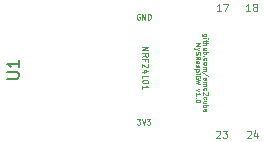
<source format=gto>
G04 #@! TF.FileFunction,Legend,Top*
%FSLAX46Y46*%
G04 Gerber Fmt 4.6, Leading zero omitted, Abs format (unit mm)*
G04 Created by KiCad (PCBNEW 4.0.2-stable) date Dimanche 03 juillet 2016 23:01:33*
%MOMM*%
G01*
G04 APERTURE LIST*
%ADD10C,0.100000*%
%ADD11C,0.112500*%
%ADD12C,0.125000*%
%ADD13C,0.150000*%
G04 APERTURE END LIST*
D10*
D11*
X54242858Y-44253571D02*
X54521429Y-44253571D01*
X54371429Y-44425000D01*
X54435715Y-44425000D01*
X54478572Y-44446429D01*
X54500001Y-44467857D01*
X54521429Y-44510714D01*
X54521429Y-44617857D01*
X54500001Y-44660714D01*
X54478572Y-44682143D01*
X54435715Y-44703571D01*
X54307143Y-44703571D01*
X54264286Y-44682143D01*
X54242858Y-44660714D01*
X54650000Y-44253571D02*
X54800000Y-44703571D01*
X54950000Y-44253571D01*
X55057143Y-44253571D02*
X55335714Y-44253571D01*
X55185714Y-44425000D01*
X55250000Y-44425000D01*
X55292857Y-44446429D01*
X55314286Y-44467857D01*
X55335714Y-44510714D01*
X55335714Y-44617857D01*
X55314286Y-44660714D01*
X55292857Y-44682143D01*
X55250000Y-44703571D01*
X55121428Y-44703571D01*
X55078571Y-44682143D01*
X55057143Y-44660714D01*
X54457143Y-35375000D02*
X54414286Y-35353571D01*
X54350000Y-35353571D01*
X54285715Y-35375000D01*
X54242857Y-35417857D01*
X54221429Y-35460714D01*
X54200000Y-35546429D01*
X54200000Y-35610714D01*
X54221429Y-35696429D01*
X54242857Y-35739286D01*
X54285715Y-35782143D01*
X54350000Y-35803571D01*
X54392857Y-35803571D01*
X54457143Y-35782143D01*
X54478572Y-35760714D01*
X54478572Y-35610714D01*
X54392857Y-35610714D01*
X54671429Y-35803571D02*
X54671429Y-35353571D01*
X54928572Y-35803571D01*
X54928572Y-35353571D01*
X55142858Y-35803571D02*
X55142858Y-35353571D01*
X55250001Y-35353571D01*
X55314286Y-35375000D01*
X55357144Y-35417857D01*
X55378572Y-35460714D01*
X55400001Y-35546429D01*
X55400001Y-35610714D01*
X55378572Y-35696429D01*
X55357144Y-35739286D01*
X55314286Y-35782143D01*
X55250001Y-35803571D01*
X55142858Y-35803571D01*
D12*
X54673810Y-38138097D02*
X55173810Y-38138097D01*
X54673810Y-38423811D01*
X55173810Y-38423811D01*
X54673810Y-38947621D02*
X54911905Y-38780954D01*
X54673810Y-38661907D02*
X55173810Y-38661907D01*
X55173810Y-38852383D01*
X55150000Y-38900002D01*
X55126190Y-38923811D01*
X55078571Y-38947621D01*
X55007143Y-38947621D01*
X54959524Y-38923811D01*
X54935714Y-38900002D01*
X54911905Y-38852383D01*
X54911905Y-38661907D01*
X54935714Y-39328573D02*
X54935714Y-39161907D01*
X54673810Y-39161907D02*
X55173810Y-39161907D01*
X55173810Y-39400002D01*
X55126190Y-39566668D02*
X55150000Y-39590478D01*
X55173810Y-39638097D01*
X55173810Y-39757144D01*
X55150000Y-39804763D01*
X55126190Y-39828573D01*
X55078571Y-39852382D01*
X55030952Y-39852382D01*
X54959524Y-39828573D01*
X54673810Y-39542859D01*
X54673810Y-39852382D01*
X55007143Y-40280953D02*
X54673810Y-40280953D01*
X55197619Y-40161906D02*
X54840476Y-40042858D01*
X54840476Y-40352382D01*
X54673810Y-40780953D02*
X54673810Y-40542858D01*
X55173810Y-40542858D01*
X55173810Y-41042858D02*
X55173810Y-41090477D01*
X55150000Y-41138096D01*
X55126190Y-41161905D01*
X55078571Y-41185715D01*
X54983333Y-41209524D01*
X54864286Y-41209524D01*
X54769048Y-41185715D01*
X54721429Y-41161905D01*
X54697619Y-41138096D01*
X54673810Y-41090477D01*
X54673810Y-41042858D01*
X54697619Y-40995239D01*
X54721429Y-40971429D01*
X54769048Y-40947620D01*
X54864286Y-40923810D01*
X54983333Y-40923810D01*
X55078571Y-40947620D01*
X55126190Y-40971429D01*
X55150000Y-40995239D01*
X55173810Y-41042858D01*
X54673810Y-41685714D02*
X54673810Y-41400000D01*
X54673810Y-41542857D02*
X55173810Y-41542857D01*
X55102381Y-41495238D01*
X55054762Y-41447619D01*
X55030952Y-41400000D01*
D10*
X60115714Y-37204763D02*
X59791905Y-37204763D01*
X59753810Y-37185715D01*
X59734762Y-37166667D01*
X59715714Y-37128572D01*
X59715714Y-37071429D01*
X59734762Y-37033334D01*
X59868095Y-37204763D02*
X59849048Y-37166667D01*
X59849048Y-37090477D01*
X59868095Y-37052382D01*
X59887143Y-37033334D01*
X59925238Y-37014286D01*
X60039524Y-37014286D01*
X60077619Y-37033334D01*
X60096667Y-37052382D01*
X60115714Y-37090477D01*
X60115714Y-37166667D01*
X60096667Y-37204763D01*
X59849048Y-37395239D02*
X60115714Y-37395239D01*
X60249048Y-37395239D02*
X60230000Y-37376191D01*
X60210952Y-37395239D01*
X60230000Y-37414287D01*
X60249048Y-37395239D01*
X60210952Y-37395239D01*
X60115714Y-37528572D02*
X60115714Y-37680953D01*
X60249048Y-37585715D02*
X59906190Y-37585715D01*
X59868095Y-37604763D01*
X59849048Y-37642858D01*
X59849048Y-37680953D01*
X59849048Y-37814286D02*
X60249048Y-37814286D01*
X59849048Y-37985715D02*
X60058571Y-37985715D01*
X60096667Y-37966667D01*
X60115714Y-37928572D01*
X60115714Y-37871429D01*
X60096667Y-37833334D01*
X60077619Y-37814286D01*
X60115714Y-38347620D02*
X59849048Y-38347620D01*
X60115714Y-38176191D02*
X59906190Y-38176191D01*
X59868095Y-38195239D01*
X59849048Y-38233334D01*
X59849048Y-38290477D01*
X59868095Y-38328572D01*
X59887143Y-38347620D01*
X59849048Y-38538096D02*
X60249048Y-38538096D01*
X60096667Y-38538096D02*
X60115714Y-38576191D01*
X60115714Y-38652382D01*
X60096667Y-38690477D01*
X60077619Y-38709525D01*
X60039524Y-38728572D01*
X59925238Y-38728572D01*
X59887143Y-38709525D01*
X59868095Y-38690477D01*
X59849048Y-38652382D01*
X59849048Y-38576191D01*
X59868095Y-38538096D01*
X59887143Y-38900001D02*
X59868095Y-38919049D01*
X59849048Y-38900001D01*
X59868095Y-38880953D01*
X59887143Y-38900001D01*
X59849048Y-38900001D01*
X59868095Y-39261906D02*
X59849048Y-39223810D01*
X59849048Y-39147620D01*
X59868095Y-39109525D01*
X59887143Y-39090477D01*
X59925238Y-39071429D01*
X60039524Y-39071429D01*
X60077619Y-39090477D01*
X60096667Y-39109525D01*
X60115714Y-39147620D01*
X60115714Y-39223810D01*
X60096667Y-39261906D01*
X59849048Y-39490477D02*
X59868095Y-39452382D01*
X59887143Y-39433334D01*
X59925238Y-39414286D01*
X60039524Y-39414286D01*
X60077619Y-39433334D01*
X60096667Y-39452382D01*
X60115714Y-39490477D01*
X60115714Y-39547620D01*
X60096667Y-39585715D01*
X60077619Y-39604763D01*
X60039524Y-39623810D01*
X59925238Y-39623810D01*
X59887143Y-39604763D01*
X59868095Y-39585715D01*
X59849048Y-39547620D01*
X59849048Y-39490477D01*
X59849048Y-39795239D02*
X60115714Y-39795239D01*
X60077619Y-39795239D02*
X60096667Y-39814287D01*
X60115714Y-39852382D01*
X60115714Y-39909525D01*
X60096667Y-39947620D01*
X60058571Y-39966668D01*
X59849048Y-39966668D01*
X60058571Y-39966668D02*
X60096667Y-39985715D01*
X60115714Y-40023811D01*
X60115714Y-40080953D01*
X60096667Y-40119049D01*
X60058571Y-40138096D01*
X59849048Y-40138096D01*
X60268095Y-40614286D02*
X59753810Y-40271429D01*
X59868095Y-40900001D02*
X59849048Y-40861906D01*
X59849048Y-40785715D01*
X59868095Y-40747620D01*
X59906190Y-40728572D01*
X60058571Y-40728572D01*
X60096667Y-40747620D01*
X60115714Y-40785715D01*
X60115714Y-40861906D01*
X60096667Y-40900001D01*
X60058571Y-40919049D01*
X60020476Y-40919049D01*
X59982381Y-40728572D01*
X59849048Y-41090477D02*
X60115714Y-41090477D01*
X60077619Y-41090477D02*
X60096667Y-41109525D01*
X60115714Y-41147620D01*
X60115714Y-41204763D01*
X60096667Y-41242858D01*
X60058571Y-41261906D01*
X59849048Y-41261906D01*
X60058571Y-41261906D02*
X60096667Y-41280953D01*
X60115714Y-41319049D01*
X60115714Y-41376191D01*
X60096667Y-41414287D01*
X60058571Y-41433334D01*
X59849048Y-41433334D01*
X59868095Y-41795239D02*
X59849048Y-41757143D01*
X59849048Y-41680953D01*
X59868095Y-41642858D01*
X59887143Y-41623810D01*
X59925238Y-41604762D01*
X60039524Y-41604762D01*
X60077619Y-41623810D01*
X60096667Y-41642858D01*
X60115714Y-41680953D01*
X60115714Y-41757143D01*
X60096667Y-41795239D01*
X60210952Y-41947619D02*
X60230000Y-41966667D01*
X60249048Y-42004762D01*
X60249048Y-42100000D01*
X60230000Y-42138096D01*
X60210952Y-42157143D01*
X60172857Y-42176191D01*
X60134762Y-42176191D01*
X60077619Y-42157143D01*
X59849048Y-41928572D01*
X59849048Y-42176191D01*
X59868095Y-42519048D02*
X59849048Y-42480952D01*
X59849048Y-42404762D01*
X59868095Y-42366667D01*
X59887143Y-42347619D01*
X59925238Y-42328571D01*
X60039524Y-42328571D01*
X60077619Y-42347619D01*
X60096667Y-42366667D01*
X60115714Y-42404762D01*
X60115714Y-42480952D01*
X60096667Y-42519048D01*
X60115714Y-42861905D02*
X59849048Y-42861905D01*
X60115714Y-42690476D02*
X59906190Y-42690476D01*
X59868095Y-42709524D01*
X59849048Y-42747619D01*
X59849048Y-42804762D01*
X59868095Y-42842857D01*
X59887143Y-42861905D01*
X59849048Y-43052381D02*
X60249048Y-43052381D01*
X60096667Y-43052381D02*
X60115714Y-43090476D01*
X60115714Y-43166667D01*
X60096667Y-43204762D01*
X60077619Y-43223810D01*
X60039524Y-43242857D01*
X59925238Y-43242857D01*
X59887143Y-43223810D01*
X59868095Y-43204762D01*
X59849048Y-43166667D01*
X59849048Y-43090476D01*
X59868095Y-43052381D01*
X59868095Y-43566667D02*
X59849048Y-43528572D01*
X59849048Y-43452381D01*
X59868095Y-43414286D01*
X59906190Y-43395238D01*
X60058571Y-43395238D01*
X60096667Y-43414286D01*
X60115714Y-43452381D01*
X60115714Y-43528572D01*
X60096667Y-43566667D01*
X60058571Y-43585715D01*
X60020476Y-43585715D01*
X59982381Y-43395238D01*
X59189048Y-37795238D02*
X59589048Y-37795238D01*
X59303333Y-37928571D01*
X59589048Y-38061905D01*
X59189048Y-38061905D01*
X59455714Y-38214286D02*
X59189048Y-38309524D01*
X59455714Y-38404762D02*
X59189048Y-38309524D01*
X59093810Y-38271429D01*
X59074762Y-38252381D01*
X59055714Y-38214286D01*
X59208095Y-38538095D02*
X59189048Y-38595238D01*
X59189048Y-38690476D01*
X59208095Y-38728572D01*
X59227143Y-38747619D01*
X59265238Y-38766667D01*
X59303333Y-38766667D01*
X59341429Y-38747619D01*
X59360476Y-38728572D01*
X59379524Y-38690476D01*
X59398571Y-38614286D01*
X59417619Y-38576191D01*
X59436667Y-38557143D01*
X59474762Y-38538095D01*
X59512857Y-38538095D01*
X59550952Y-38557143D01*
X59570000Y-38576191D01*
X59589048Y-38614286D01*
X59589048Y-38709524D01*
X59570000Y-38766667D01*
X59189048Y-39166667D02*
X59379524Y-39033333D01*
X59189048Y-38938095D02*
X59589048Y-38938095D01*
X59589048Y-39090476D01*
X59570000Y-39128571D01*
X59550952Y-39147619D01*
X59512857Y-39166667D01*
X59455714Y-39166667D01*
X59417619Y-39147619D01*
X59398571Y-39128571D01*
X59379524Y-39090476D01*
X59379524Y-38938095D01*
X59189048Y-39509524D02*
X59398571Y-39509524D01*
X59436667Y-39490476D01*
X59455714Y-39452381D01*
X59455714Y-39376190D01*
X59436667Y-39338095D01*
X59208095Y-39509524D02*
X59189048Y-39471428D01*
X59189048Y-39376190D01*
X59208095Y-39338095D01*
X59246190Y-39319047D01*
X59284286Y-39319047D01*
X59322381Y-39338095D01*
X59341429Y-39376190D01*
X59341429Y-39471428D01*
X59360476Y-39509524D01*
X59208095Y-39680952D02*
X59189048Y-39719048D01*
X59189048Y-39795238D01*
X59208095Y-39833333D01*
X59246190Y-39852381D01*
X59265238Y-39852381D01*
X59303333Y-39833333D01*
X59322381Y-39795238D01*
X59322381Y-39738095D01*
X59341429Y-39700000D01*
X59379524Y-39680952D01*
X59398571Y-39680952D01*
X59436667Y-39700000D01*
X59455714Y-39738095D01*
X59455714Y-39795238D01*
X59436667Y-39833333D01*
X59455714Y-40023810D02*
X59055714Y-40023810D01*
X59436667Y-40023810D02*
X59455714Y-40061905D01*
X59455714Y-40138096D01*
X59436667Y-40176191D01*
X59417619Y-40195239D01*
X59379524Y-40214286D01*
X59265238Y-40214286D01*
X59227143Y-40195239D01*
X59208095Y-40176191D01*
X59189048Y-40138096D01*
X59189048Y-40061905D01*
X59208095Y-40023810D01*
X59189048Y-40385715D02*
X59455714Y-40385715D01*
X59589048Y-40385715D02*
X59570000Y-40366667D01*
X59550952Y-40385715D01*
X59570000Y-40404763D01*
X59589048Y-40385715D01*
X59550952Y-40385715D01*
X59570000Y-40785715D02*
X59589048Y-40747620D01*
X59589048Y-40690477D01*
X59570000Y-40633334D01*
X59531905Y-40595239D01*
X59493810Y-40576191D01*
X59417619Y-40557143D01*
X59360476Y-40557143D01*
X59284286Y-40576191D01*
X59246190Y-40595239D01*
X59208095Y-40633334D01*
X59189048Y-40690477D01*
X59189048Y-40728572D01*
X59208095Y-40785715D01*
X59227143Y-40804763D01*
X59360476Y-40804763D01*
X59360476Y-40728572D01*
X59589048Y-40938096D02*
X59189048Y-41033334D01*
X59474762Y-41109524D01*
X59189048Y-41185715D01*
X59589048Y-41280953D01*
X59455714Y-41700001D02*
X59189048Y-41795239D01*
X59455714Y-41890477D01*
X59189048Y-42252382D02*
X59189048Y-42023810D01*
X59189048Y-42138096D02*
X59589048Y-42138096D01*
X59531905Y-42100001D01*
X59493810Y-42061906D01*
X59474762Y-42023810D01*
X59227143Y-42423810D02*
X59208095Y-42442858D01*
X59189048Y-42423810D01*
X59208095Y-42404762D01*
X59227143Y-42423810D01*
X59189048Y-42423810D01*
X59589048Y-42690477D02*
X59589048Y-42728572D01*
X59570000Y-42766667D01*
X59550952Y-42785715D01*
X59512857Y-42804762D01*
X59436667Y-42823810D01*
X59341429Y-42823810D01*
X59265238Y-42804762D01*
X59227143Y-42785715D01*
X59208095Y-42766667D01*
X59189048Y-42728572D01*
X59189048Y-42690477D01*
X59208095Y-42652381D01*
X59227143Y-42633334D01*
X59265238Y-42614286D01*
X59341429Y-42595238D01*
X59436667Y-42595238D01*
X59512857Y-42614286D01*
X59550952Y-42633334D01*
X59570000Y-42652381D01*
X59589048Y-42690477D01*
D12*
X63835714Y-35071429D02*
X63492857Y-35071429D01*
X63664285Y-35071429D02*
X63664285Y-34471429D01*
X63607142Y-34557143D01*
X63550000Y-34614286D01*
X63492857Y-34642857D01*
X64178571Y-34728571D02*
X64121429Y-34700000D01*
X64092857Y-34671429D01*
X64064286Y-34614286D01*
X64064286Y-34585714D01*
X64092857Y-34528571D01*
X64121429Y-34500000D01*
X64178571Y-34471429D01*
X64292857Y-34471429D01*
X64350000Y-34500000D01*
X64378571Y-34528571D01*
X64407143Y-34585714D01*
X64407143Y-34614286D01*
X64378571Y-34671429D01*
X64350000Y-34700000D01*
X64292857Y-34728571D01*
X64178571Y-34728571D01*
X64121429Y-34757143D01*
X64092857Y-34785714D01*
X64064286Y-34842857D01*
X64064286Y-34957143D01*
X64092857Y-35014286D01*
X64121429Y-35042857D01*
X64178571Y-35071429D01*
X64292857Y-35071429D01*
X64350000Y-35042857D01*
X64378571Y-35014286D01*
X64407143Y-34957143D01*
X64407143Y-34842857D01*
X64378571Y-34785714D01*
X64350000Y-34757143D01*
X64292857Y-34728571D01*
X61335714Y-35071429D02*
X60992857Y-35071429D01*
X61164285Y-35071429D02*
X61164285Y-34471429D01*
X61107142Y-34557143D01*
X61050000Y-34614286D01*
X60992857Y-34642857D01*
X61535714Y-34471429D02*
X61935714Y-34471429D01*
X61678571Y-35071429D01*
X60942857Y-45278571D02*
X60971428Y-45250000D01*
X61028571Y-45221429D01*
X61171428Y-45221429D01*
X61228571Y-45250000D01*
X61257142Y-45278571D01*
X61285714Y-45335714D01*
X61285714Y-45392857D01*
X61257142Y-45478571D01*
X60914285Y-45821429D01*
X61285714Y-45821429D01*
X61485714Y-45221429D02*
X61857143Y-45221429D01*
X61657143Y-45450000D01*
X61742857Y-45450000D01*
X61800000Y-45478571D01*
X61828571Y-45507143D01*
X61857143Y-45564286D01*
X61857143Y-45707143D01*
X61828571Y-45764286D01*
X61800000Y-45792857D01*
X61742857Y-45821429D01*
X61571429Y-45821429D01*
X61514286Y-45792857D01*
X61485714Y-45764286D01*
X63542857Y-45278571D02*
X63571428Y-45250000D01*
X63628571Y-45221429D01*
X63771428Y-45221429D01*
X63828571Y-45250000D01*
X63857142Y-45278571D01*
X63885714Y-45335714D01*
X63885714Y-45392857D01*
X63857142Y-45478571D01*
X63514285Y-45821429D01*
X63885714Y-45821429D01*
X64400000Y-45421429D02*
X64400000Y-45821429D01*
X64257143Y-45192857D02*
X64114286Y-45621429D01*
X64485714Y-45621429D01*
D13*
X43242381Y-40811905D02*
X44051905Y-40811905D01*
X44147143Y-40764286D01*
X44194762Y-40716667D01*
X44242381Y-40621429D01*
X44242381Y-40430952D01*
X44194762Y-40335714D01*
X44147143Y-40288095D01*
X44051905Y-40240476D01*
X43242381Y-40240476D01*
X44242381Y-39240476D02*
X44242381Y-39811905D01*
X44242381Y-39526191D02*
X43242381Y-39526191D01*
X43385238Y-39621429D01*
X43480476Y-39716667D01*
X43528095Y-39811905D01*
M02*

</source>
